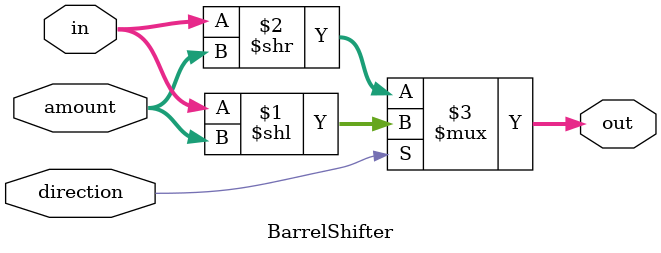
<source format=v>



module BarrelShifter #(parameter width=2) (
  input  [width-1:0] in,
  input  [15:0] amount,     // シフト量 (16ビット=65535シフトまで)
  input  direction,         // シフト方向 (right:0, left:1)
  output [width-1:0] out
);

  assign  out = (direction) ? (in << amount) : (in >> amount);


endmodule
</source>
